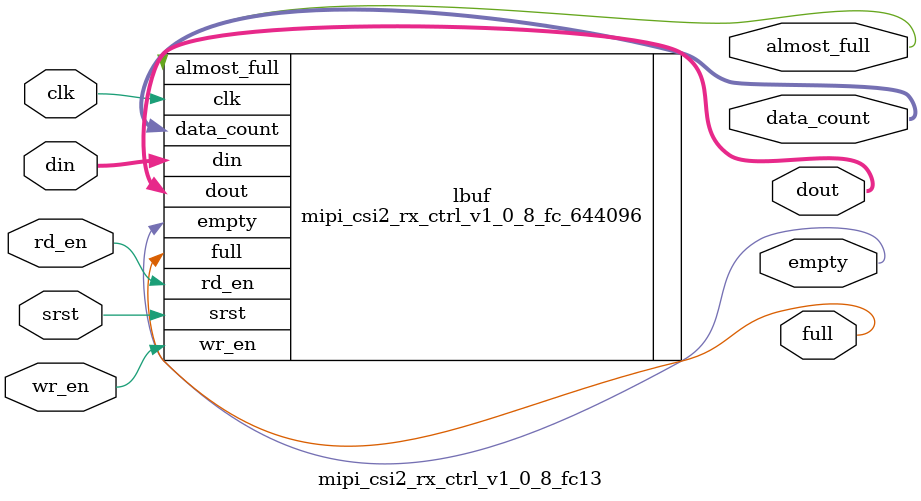
<source format=v>
`timescale 1ns/1ps
module mipi_csi2_rx_ctrl_v1_0_8_fc13 (
input          clk        ,
input          srst       ,
input  [64+4-1:0]  din  ,
input          wr_en      ,
input          rd_en      ,
output  [64+4-1:0]  dout,
output         full       ,
output         almost_full,
output         empty      ,
output [12-1:0]  data_count
);

mipi_csi2_rx_ctrl_v1_0_8_fc_644096 lbuf (
 .clk         (clk         ),
 .srst        (srst        ),
 .din         (din         ),
 .wr_en       (wr_en       ),
 .rd_en       (rd_en       ),
 .dout        (dout        ),
 .full        (full        ),
 .almost_full (almost_full ),
 .empty       (empty       ),
 .data_count  (data_count  ) 
);
endmodule

</source>
